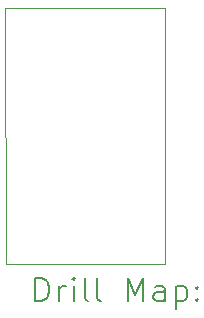
<source format=gbr>
%FSLAX45Y45*%
G04 Gerber Fmt 4.5, Leading zero omitted, Abs format (unit mm)*
G04 Created by KiCad (PCBNEW (6.0.1-0)) date 2022-03-14 11:09:24*
%MOMM*%
%LPD*%
G01*
G04 APERTURE LIST*
%TA.AperFunction,Profile*%
%ADD10C,0.100000*%
%TD*%
%ADD11C,0.200000*%
G04 APERTURE END LIST*
D10*
X10585500Y-4802500D02*
X10586000Y-6970000D01*
X11939500Y-4802500D02*
X11940000Y-6970000D01*
X10586000Y-6970000D02*
X11940000Y-6970000D01*
X10585500Y-4802500D02*
X11939500Y-4802500D01*
D11*
X10838119Y-7285476D02*
X10838119Y-7085476D01*
X10885738Y-7085476D01*
X10914310Y-7095000D01*
X10933357Y-7114048D01*
X10942881Y-7133095D01*
X10952405Y-7171190D01*
X10952405Y-7199762D01*
X10942881Y-7237857D01*
X10933357Y-7256905D01*
X10914310Y-7275952D01*
X10885738Y-7285476D01*
X10838119Y-7285476D01*
X11038119Y-7285476D02*
X11038119Y-7152143D01*
X11038119Y-7190238D02*
X11047643Y-7171190D01*
X11057167Y-7161667D01*
X11076214Y-7152143D01*
X11095262Y-7152143D01*
X11161929Y-7285476D02*
X11161929Y-7152143D01*
X11161929Y-7085476D02*
X11152405Y-7095000D01*
X11161929Y-7104524D01*
X11171452Y-7095000D01*
X11161929Y-7085476D01*
X11161929Y-7104524D01*
X11285738Y-7285476D02*
X11266690Y-7275952D01*
X11257167Y-7256905D01*
X11257167Y-7085476D01*
X11390500Y-7285476D02*
X11371452Y-7275952D01*
X11361928Y-7256905D01*
X11361928Y-7085476D01*
X11619071Y-7285476D02*
X11619071Y-7085476D01*
X11685738Y-7228333D01*
X11752405Y-7085476D01*
X11752405Y-7285476D01*
X11933357Y-7285476D02*
X11933357Y-7180714D01*
X11923833Y-7161667D01*
X11904786Y-7152143D01*
X11866690Y-7152143D01*
X11847643Y-7161667D01*
X11933357Y-7275952D02*
X11914309Y-7285476D01*
X11866690Y-7285476D01*
X11847643Y-7275952D01*
X11838119Y-7256905D01*
X11838119Y-7237857D01*
X11847643Y-7218809D01*
X11866690Y-7209286D01*
X11914309Y-7209286D01*
X11933357Y-7199762D01*
X12028595Y-7152143D02*
X12028595Y-7352143D01*
X12028595Y-7161667D02*
X12047643Y-7152143D01*
X12085738Y-7152143D01*
X12104786Y-7161667D01*
X12114309Y-7171190D01*
X12123833Y-7190238D01*
X12123833Y-7247381D01*
X12114309Y-7266428D01*
X12104786Y-7275952D01*
X12085738Y-7285476D01*
X12047643Y-7285476D01*
X12028595Y-7275952D01*
X12209548Y-7266428D02*
X12219071Y-7275952D01*
X12209548Y-7285476D01*
X12200024Y-7275952D01*
X12209548Y-7266428D01*
X12209548Y-7285476D01*
X12209548Y-7161667D02*
X12219071Y-7171190D01*
X12209548Y-7180714D01*
X12200024Y-7171190D01*
X12209548Y-7161667D01*
X12209548Y-7180714D01*
M02*

</source>
